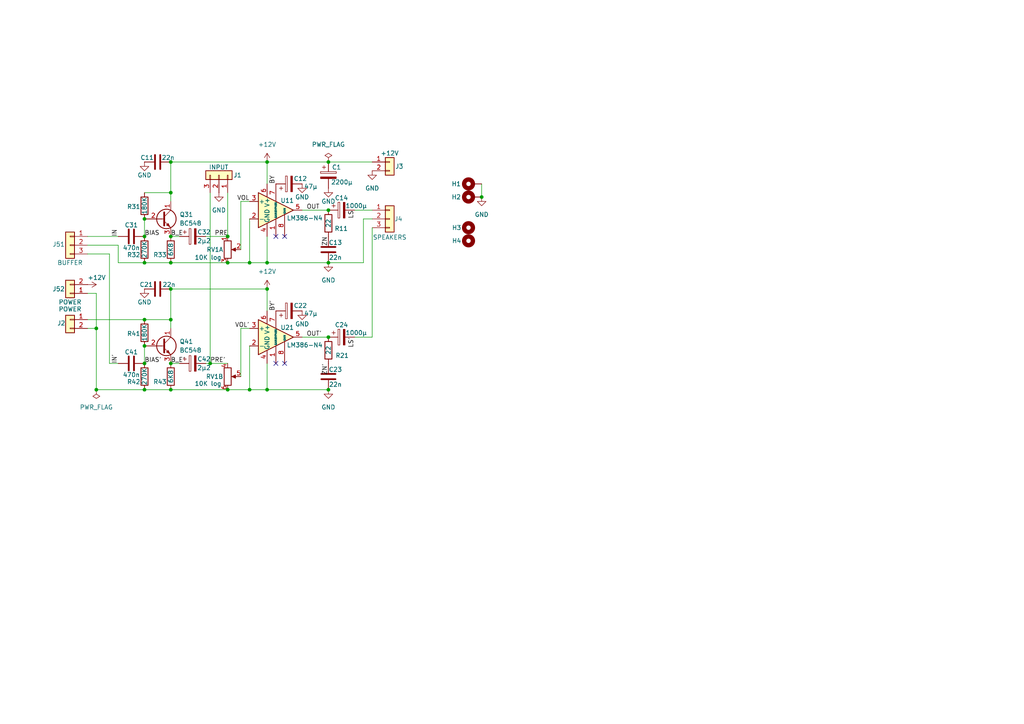
<source format=kicad_sch>
(kicad_sch (version 20231120) (generator "eeschema") (generator_version "8.0")
  (paper "A4")
  (lib_symbols
    (symbol "Amplifier_Audio:LM386" (pin_names (offset 0.127))
      (property "Reference" "U" (at 1.27 7.62 0))
      (property "Value" "LM386" (at 1.27 5.08 0))
      (symbol "LM386_0_1"
        (polyline (pts (xy 5.08 0) (xy -5.08 5.08) (xy -5.08 -5.08) (xy 5.08 0)) (stroke (width 0.254)) (fill (type background)))
      )
      (symbol "LM386_1_1"
        (pin input line (at 0 -7.62 90) (length 5.08) (name "GAIN") (number "1"))
        (pin input line (at -7.62 -2.54 0) (length 2.54) (name "-") (number "2"))
        (pin input line (at -7.62 2.54 0) (length 2.54) (name "+") (number "3"))
        (pin power_in line (at -2.54 -7.62 90) (length 3.81) (name "GND") (number "4"))
        (pin output line (at 7.62 0 180) (length 2.54) (name "~") (number "5"))
        (pin power_in line (at -2.54 7.62 270) (length 3.81) (name "V+") (number "6"))
        (pin input line (at 0 7.62 270) (length 5.08) (name "BYPASS") (number "7"))
        (pin input line (at 2.54 -7.62 90) (length 6.35) (name "GAIN") (number "8"))
      )
    )
    (symbol "Connector_Generic:Conn_01x02" (pin_names (offset 1.016) hide)
      (property "Reference" "J" (at 0 2.54 0))
      (property "Value" "Conn_01x02" (at 0 -5.08 0))
      (symbol "Conn_01x02_1_1"
        (rectangle (start -1.27 -2.413) (end 0 -2.667) (stroke (width 0.1524)))
        (rectangle (start -1.27 0.127) (end 0 -0.127) (stroke (width 0.1524)))
        (rectangle (start -1.27 1.27) (end 1.27 -3.81) (stroke (width 0.254)) (fill (type background)))
        (pin passive line (at -5.08 0 0) (length 3.81) (name "Pin_1") (number "1"))
        (pin passive line (at -5.08 -2.54 0) (length 3.81) (name "Pin_2") (number "2"))
      )
    )
    (symbol "Connector_Generic:Conn_01x03" (pin_names (offset 1.016) hide)
      (property "Reference" "J" (at 0 5.08 0))
      (property "Value" "Conn_01x03" (at 0 -5.08 0))
      (symbol "Conn_01x03_1_1"
        (rectangle (start -1.27 -2.413) (end 0 -2.667) (stroke (width 0.1524)))
        (rectangle (start -1.27 0.127) (end 0 -0.127) (stroke (width 0.1524)))
        (rectangle (start -1.27 2.667) (end 0 2.413) (stroke (width 0.1524)))
        (rectangle (start -1.27 3.81) (end 1.27 -3.81) (stroke (width 0.254)) (fill (type background)))
        (pin passive line (at -5.08 2.54 0) (length 3.81) (name "Pin_1") (number "1"))
        (pin passive line (at -5.08 0 0) (length 3.81) (name "Pin_2") (number "2"))
        (pin passive line (at -5.08 -2.54 0) (length 3.81) (name "Pin_3") (number "3"))
      )
    )
    (symbol "Device:C" (pin_numbers hide) (pin_names (offset 0.254))
      (property "Reference" "C" (at 0.635 2.54 0))
      (property "Value" "C" (at 0.635 -2.54 0))
      (symbol "C_0_1"
        (polyline (pts (xy -2.032 -0.762) (xy 2.032 -0.762)) (stroke (width 0.508)))
        (polyline (pts (xy -2.032 0.762) (xy 2.032 0.762)) (stroke (width 0.508)))
      )
      (symbol "C_1_1"
        (pin passive line (at 0 3.81 270) (length 2.794) (name "~") (number "1"))
        (pin passive line (at 0 -3.81 90) (length 2.794) (name "~") (number "2"))
      )
    )
    (symbol "Device:C_Polarized" (pin_numbers hide) (pin_names (offset 0.254))
      (property "Reference" "C" (at 0.635 2.54 0))
      (property "Value" "C_Polarized" (at 0.635 -2.54 0))
      (symbol "C_Polarized_0_1"
        (rectangle (start -2.286 0.508) (end 2.286 1.016))
        (polyline (pts (xy -1.778 2.286) (xy -0.762 2.286)))
        (polyline (pts (xy -1.27 2.794) (xy -1.27 1.778)))
        (rectangle (start 2.286 -0.508) (end -2.286 -1.016) (fill (type outline)))
      )
      (symbol "C_Polarized_1_1"
        (pin passive line (at 0 3.81 270) (length 2.794) (name "~") (number "1"))
        (pin passive line (at 0 -3.81 90) (length 2.794) (name "~") (number "2"))
      )
    )
    (symbol "Device:R" (pin_numbers hide) (pin_names (offset 0))
      (property "Reference" "R" (at 2.032 0 90))
      (property "Value" "R" (at 0 0 90))
      (symbol "R_0_1"
        (rectangle (start -1.016 -2.54) (end 1.016 2.54) (stroke (width 0.254)))
      )
      (symbol "R_1_1"
        (pin passive line (at 0 3.81 270) (length 1.27) (name "~") (number "1"))
        (pin passive line (at 0 -3.81 90) (length 1.27) (name "~") (number "2"))
      )
    )
    (symbol "Device:R_Potentiometer_Dual_Separate" (pin_names (offset 1.016) hide)
      (property "Reference" "RV" (at -4.445 0 90))
      (property "Value" "R_Potentiometer_Dual_Separate" (at -2.54 0 90))
      (symbol "R_Potentiometer_Dual_Separate_0_1"
        (polyline (pts (xy 2.54 0) (xy 1.524 0)))
        (polyline (pts (xy 1.143 0) (xy 2.286 0.508) (xy 2.286 -0.508) (xy 1.143 0)) (fill (type outline)))
        (rectangle (start 1.016 2.54) (end -1.016 -2.54) (stroke (width 0.254)))
      )
      (symbol "R_Potentiometer_Dual_Separate_1_1"
        (pin passive line (at 0 3.81 270) (length 1.27) (name "1") (number "1"))
        (pin passive line (at 3.81 0 180) (length 1.27) (name "2") (number "2"))
        (pin passive line (at 0 -3.81 90) (length 1.27) (name "3") (number "3"))
      )
      (symbol "R_Potentiometer_Dual_Separate_2_1"
        (pin passive line (at 0 3.81 270) (length 1.27) (name "4") (number "4"))
        (pin passive line (at 3.81 0 180) (length 1.27) (name "5") (number "5"))
        (pin passive line (at 0 -3.81 90) (length 1.27) (name "6") (number "6"))
      )
    )
    (symbol "Mechanical:MountingHole" (pin_names (offset 1.016)) (exclude_from_sim yes) (in_bom no)
      (property "Reference" "H" (at 0 5.08 0))
      (property "Value" "MountingHole" (at 0 3.175 0))
      (symbol "MountingHole_0_1"
        (circle (center 0 0) (radius 1.27) (stroke (width 1.27)))
      )
    )
    (symbol "Mechanical:MountingHole_Pad" (pin_numbers hide) (pin_names (offset 1.016) hide) (exclude_from_sim yes) (in_bom no)
      (property "Reference" "H" (at 0 6.35 0))
      (property "Value" "MountingHole_Pad" (at 0 4.445 0))
      (symbol "MountingHole_Pad_0_1"
        (circle (center 0 1.27) (radius 1.27) (stroke (width 1.27)))
      )
      (symbol "MountingHole_Pad_1_1"
        (pin input line (at 0 -2.54 90) (length 2.54) (name "1") (number "1"))
      )
    )
    (symbol "Transistor_BJT:BC548" (pin_names (offset 0) hide)
      (property "Reference" "Q" (at 5.08 1.905 0))
      (property "Value" "BC548" (at 5.08 0 0))
      (symbol "BC548_0_1"
        (polyline (pts (xy 0 0) (xy 0.635 0)))
        (polyline (pts (xy 0.635 0.635) (xy 2.54 2.54)))
        (polyline (pts (xy 0.635 -0.635) (xy 2.54 -2.54) (xy 2.54 -2.54)))
        (polyline (pts (xy 0.635 1.905) (xy 0.635 -1.905) (xy 0.635 -1.905)) (stroke (width 0.508)))
        (polyline (pts (xy 1.27 -1.778) (xy 1.778 -1.27) (xy 2.286 -2.286) (xy 1.27 -1.778) (xy 1.27 -1.778)) (fill (type outline)))
        (circle (center 1.27 0) (radius 2.8194) (stroke (width 0.254)))
      )
      (symbol "BC548_1_1"
        (pin passive line (at 2.54 5.08 270) (length 2.54) (name "C") (number "1"))
        (pin input line (at -5.08 0 0) (length 5.08) (name "B") (number "2"))
        (pin passive line (at 2.54 -5.08 90) (length 2.54) (name "E") (number "3"))
      )
    )
    (symbol "power:+12V" (power) (pin_numbers hide) (pin_names (offset 0) hide)
      (property "Value" "+12V" (at 0 3.556 0))
      (symbol "+12V_0_1"
        (polyline (pts (xy -0.762 1.27) (xy 0 2.54)))
        (polyline (pts (xy 0 0) (xy 0 2.54)))
        (polyline (pts (xy 0 2.54) (xy 0.762 1.27)))
      )
      (symbol "+12V_1_1"
        (pin power_in line (at 0 0 90) (length 0) (name "~") (number "1"))
      )
    )
    (symbol "power:GND" (power) (pin_numbers hide) (pin_names (offset 0) hide)
      (property "Value" "GND" (at 0 -3.81 0))
      (symbol "GND_0_1"
        (polyline (pts (xy 0 0) (xy 0 -1.27) (xy 1.27 -1.27) (xy 0 -2.54) (xy -1.27 -1.27) (xy 0 -1.27)))
      )
      (symbol "GND_1_1"
        (pin power_in line (at 0 0 270) (length 0) (name "~") (number "1"))
      )
    )
    (symbol "power:PWR_FLAG" (power) (pin_numbers hide) (pin_names (offset 0) hide)
      (property "Value" "PWR_FLAG" (at 0 3.81 0))
      (symbol "PWR_FLAG_0_0"
        (pin power_out line (at 0 0 90) (length 0) (name "~") (number "1"))
      )
      (symbol "PWR_FLAG_0_1"
        (polyline (pts (xy 0 0) (xy 0 1.27) (xy -1.016 1.905) (xy 0 2.54) (xy 1.016 1.905) (xy 0 1.27)))
      )
    )
  )
  (junction (at 139.7 57.15))
  (junction (at 49.53 83.82))
  (junction (at 95.25 46.99))
  (junction (at 27.94 95.25))
  (junction (at 41.91 113.03))
  (junction (at 66.04 113.03))
  (junction (at 49.53 55.88))
  (junction (at 49.53 113.03))
  (junction (at 41.91 105.41))
  (junction (at 49.53 76.2))
  (junction (at 49.53 105.41))
  (junction (at 95.25 60.96))
  (junction (at 95.25 113.03))
  (junction (at 41.91 68.58))
  (junction (at 95.25 76.2))
  (junction (at 41.91 63.5))
  (junction (at 66.04 76.2))
  (junction (at 49.53 92.71))
  (junction (at 49.53 46.99))
  (junction (at 49.53 68.58))
  (junction (at 72.39 76.2))
  (junction (at 95.25 97.79))
  (junction (at 27.94 113.03))
  (junction (at 77.47 46.99))
  (junction (at 60.96 105.41))
  (junction (at 77.47 113.03))
  (junction (at 41.91 76.2))
  (junction (at 72.39 113.03))
  (junction (at 77.47 83.82))
  (junction (at 77.47 76.2))
  (junction (at 41.91 92.71))
  (junction (at 41.91 100.33))
  (junction (at 66.04 68.58))
  (no_connect (at 80.01 68.58))
  (no_connect (at 80.01 105.41))
  (no_connect (at 82.55 68.58))
  (no_connect (at 82.55 105.41))
  (wire (pts (xy 27.94 95.25) (xy 27.94 113.03)))
  (wire (pts (xy 25.4 92.71) (xy 41.91 92.71)))
  (wire (pts (xy 41.91 76.2) (xy 49.53 76.2)))
  (wire (pts (xy 25.4 71.12) (xy 34.29 71.12)))
  (wire (pts (xy 77.47 68.58) (xy 77.47 76.2)))
  (wire (pts (xy 31.75 105.41) (xy 34.29 105.41)))
  (wire (pts (xy 25.4 73.66) (xy 31.75 73.66)))
  (wire (pts (xy 27.94 85.09) (xy 27.94 95.25)))
  (wire (pts (xy 87.63 97.79) (xy 95.25 97.79)))
  (wire (pts (xy 72.39 76.2) (xy 77.47 76.2)))
  (wire (pts (xy 41.91 92.71) (xy 49.53 92.71)))
  (wire (pts (xy 49.53 105.41) (xy 52.07 105.41)))
  (wire (pts (xy 25.4 95.25) (xy 27.94 95.25)))
  (wire (pts (xy 77.47 46.99) (xy 95.25 46.99)))
  (wire (pts (xy 77.47 90.17) (xy 77.47 83.82)))
  (wire (pts (xy 72.39 100.33) (xy 72.39 113.03)))
  (wire (pts (xy 72.39 113.03) (xy 77.47 113.03)))
  (wire (pts (xy 49.53 83.82) (xy 77.47 83.82)))
  (wire (pts (xy 52.07 68.58) (xy 49.53 68.58)))
  (wire (pts (xy 105.41 63.5) (xy 107.95 63.5)))
  (wire (pts (xy 102.87 60.96) (xy 107.95 60.96)))
  (wire (pts (xy 59.69 105.41) (xy 60.96 105.41)))
  (wire (pts (xy 27.94 85.09) (xy 25.4 85.09)))
  (wire (pts (xy 31.75 73.66) (xy 31.75 105.41)))
  (wire (pts (xy 139.7 53.34) (xy 139.7 57.15)))
  (wire (pts (xy 72.39 63.5) (xy 72.39 76.2)))
  (wire (pts (xy 66.04 55.88) (xy 66.04 68.58)))
  (wire (pts (xy 69.85 95.25) (xy 69.85 109.22)))
  (wire (pts (xy 72.39 58.42) (xy 69.85 58.42)))
  (wire (pts (xy 95.25 76.2) (xy 105.41 76.2)))
  (wire (pts (xy 41.91 63.5) (xy 41.91 68.58)))
  (wire (pts (xy 25.4 68.58) (xy 34.29 68.58)))
  (wire (pts (xy 107.95 97.79) (xy 102.87 97.79)))
  (wire (pts (xy 77.47 113.03) (xy 95.25 113.03)))
  (wire (pts (xy 59.69 68.58) (xy 66.04 68.58)))
  (wire (pts (xy 77.47 105.41) (xy 77.47 113.03)))
  (wire (pts (xy 95.25 46.99) (xy 107.95 46.99)))
  (wire (pts (xy 49.53 92.71) (xy 49.53 95.25)))
  (wire (pts (xy 105.41 76.2) (xy 105.41 63.5)))
  (wire (pts (xy 60.96 105.41) (xy 66.04 105.41)))
  (wire (pts (xy 49.53 76.2) (xy 66.04 76.2)))
  (wire (pts (xy 34.29 71.12) (xy 34.29 76.2)))
  (wire (pts (xy 34.29 76.2) (xy 41.91 76.2)))
  (wire (pts (xy 66.04 113.03) (xy 72.39 113.03)))
  (wire (pts (xy 72.39 95.25) (xy 69.85 95.25)))
  (wire (pts (xy 60.96 55.88) (xy 60.96 105.41)))
  (wire (pts (xy 49.53 46.99) (xy 49.53 55.88)))
  (wire (pts (xy 77.47 53.34) (xy 77.47 46.99)))
  (wire (pts (xy 41.91 55.88) (xy 49.53 55.88)))
  (wire (pts (xy 41.91 113.03) (xy 49.53 113.03)))
  (wire (pts (xy 77.47 46.99) (xy 49.53 46.99)))
  (wire (pts (xy 49.53 113.03) (xy 66.04 113.03)))
  (wire (pts (xy 27.94 113.03) (xy 41.91 113.03)))
  (wire (pts (xy 69.85 58.42) (xy 69.85 72.39)))
  (wire (pts (xy 77.47 76.2) (xy 95.25 76.2)))
  (wire (pts (xy 87.63 60.96) (xy 95.25 60.96)))
  (wire (pts (xy 49.53 55.88) (xy 49.53 58.42)))
  (wire (pts (xy 41.91 100.33) (xy 41.91 105.41)))
  (wire (pts (xy 107.95 66.04) (xy 107.95 97.79)))
  (wire (pts (xy 66.04 76.2) (xy 72.39 76.2)))
  (wire (pts (xy 49.53 83.82) (xy 49.53 92.71)))
  (label "BIAS" (at 41.91 68.58 0))
  (label "LS" (at 102.87 60.96 270))
  (label "OUT'" (at 88.9 97.79 0))
  (label "VOL" (at 72.39 58.42 180))
  (label "B_E" (at 49.53 68.58 0))
  (label "PRE" (at 62.23 68.58 0))
  (label "PRE'" (at 60.96 105.41 0))
  (label "IN" (at 34.29 68.58 90))
  (label "OUT" (at 88.9 60.96 0))
  (label "LS'" (at 102.87 97.79 270))
  (label "B_E'" (at 49.53 105.41 0))
  (label "BY'" (at 80.01 90.17 90))
  (label "BY" (at 80.01 53.34 90))
  (label "VOL'" (at 72.39 95.25 180))
  (label "ZN'" (at 95.25 105.41 270))
  (label "ZN" (at 95.25 68.58 270))
  (label "BIAS'" (at 41.91 105.41 0))
  (label "IN'" (at 34.29 105.41 90))
  (symbol (lib_id "Connector_Generic:Conn_01x03") (at 20.32 71.12 0) (mirror y) (unit 1)
    (property "Reference" "J51" (at 17.018 70.866 0))
    (property "Value" "BUFFER" (at 20.32 76.2 0))
    (property "Footprint" "Connector_PinHeader_2.54mm:PinHeader_1x03_P2.54mm_Horizontal" (effects (hide yes)))
    (property "Description" "Generic connector, single row, 01x03, script generated (kicad-library-utils/schlib/autogen/connector/)" (effects (hide yes)))
  )
  (symbol (lib_id "Connector_Generic:Conn_01x03") (at 113.03 63.5 0) (unit 1)
    (property "Reference" "J4" (at 115.57 63.5 0))
    (property "Value" "SPEAKERS" (at 113.03 68.834 0))
    (property "Footprint" "Connector_PinHeader_2.54mm:PinHeader_1x03_P2.54mm_Vertical" (effects (hide yes)))
    (property "Description" "Generic connector, single row, 01x03, script generated (kicad-library-utils/schlib/autogen/connector/)" (effects (hide yes)))
  )
  (symbol (lib_id "Device:R_Potentiometer_Dual_Separate") (at 66.04 109.22 0) (unit 2)
    (property "Reference" "RV1" (at 64.77 109.22 0) (effects (justify right)))
    (property "Value" "10K log" (at 64.262 111.252 0) (effects (justify right)))
    (property "Footprint" "durango:Potentiometer_Alps_225G_Dual_Horizontal" (effects (hide yes)))
    (property "Description" "Dual potentiometer, separate units" (effects (hide yes)))
  )
  (symbol (lib_id "Device:R") (at 49.53 109.22 0) (unit 1)
    (property "Reference" "R43" (at 44.45 110.744 0) (effects (justify left)))
    (property "Value" "6K8" (at 49.53 109.22 90))
    (property "Footprint" "Resistor_THT:R_Axial_DIN0207_L6.3mm_D2.5mm_P10.16mm_Horizontal" (effects (hide yes)))
    (property "Description" "Resistor" (effects (hide yes)))
  )
  (symbol (lib_id "Device:C_Polarized") (at 55.88 105.41 90) (mirror x) (unit 1)
    (property "Reference" "C42" (at 59.182 104.14 90))
    (property "Value" "2µ2" (at 59.182 106.68 90))
    (property "Footprint" "Capacitor_THT:CP_Radial_D4.0mm_P1.50mm" (effects (hide yes)))
    (property "Description" "Polarized capacitor" (effects (hide yes)))
  )
  (symbol (lib_id "Transistor_BJT:BC548") (at 46.99 100.33 0) (unit 1)
    (property "Reference" "Q41" (at 52.07 99.0599 0) (effects (justify left)))
    (property "Value" "BC548" (at 52.07 101.5999 0) (effects (justify left)))
    (property "Footprint" "Package_TO_SOT_THT:TO-92_Inline" (effects (hide yes)))
    (property "Datasheet" "https://www.onsemi.com/pub/Collateral/BC550-D.pdf" (effects (hide yes)))
    (property "Description" "0.1A Ic, 30V Vce, Small Signal NPN Transistor, TO-92" (effects (hide yes)))
  )
  (symbol (lib_id "Device:R_Potentiometer_Dual_Separate") (at 66.04 72.39 0) (unit 1)
    (property "Reference" "RV1" (at 64.77 72.39 0) (effects (justify right)))
    (property "Value" "10K log" (at 64.262 74.676 0) (effects (justify right)))
    (property "Footprint" "durango:Potentiometer_Alps_225G_Dual_Horizontal" (effects (hide yes)))
    (property "Description" "Dual potentiometer, separate units" (effects (hide yes)))
  )
  (symbol (lib_id "Transistor_BJT:BC548") (at 46.99 63.5 0) (unit 1)
    (property "Reference" "Q31" (at 52.07 62.2299 0) (effects (justify left)))
    (property "Value" "BC548" (at 52.07 64.7699 0) (effects (justify left)))
    (property "Footprint" "Package_TO_SOT_THT:TO-92_Inline" (effects (hide yes)))
    (property "Datasheet" "https://www.onsemi.com/pub/Collateral/BC550-D.pdf" (effects (hide yes)))
    (property "Description" "0.1A Ic, 30V Vce, Small Signal NPN Transistor, TO-92" (effects (hide yes)))
  )
  (symbol (lib_id "power:GND") (at 95.25 113.03 0) (unit 1)
    (property "Reference" "#PWR04" (effects (hide yes)))
    (property "Value" "GND" (at 95.25 118.11 0))
    (property "Description" "Power symbol creates a global label with name \"GND\" , ground" (effects (hide yes)))
  )
  (symbol (lib_id "Device:R") (at 41.91 96.52 0) (unit 1)
    (property "Reference" "R41" (at 36.83 96.774 0) (effects (justify left)))
    (property "Value" "180K" (at 41.91 96.52 90))
    (property "Footprint" "Resistor_THT:R_Axial_DIN0207_L6.3mm_D2.5mm_P10.16mm_Horizontal" (effects (hide yes)))
    (property "Description" "Resistor" (effects (hide yes)))
  )
  (symbol (lib_id "power:GND") (at 107.95 49.53 0) (mirror y) (unit 1)
    (property "Reference" "#PWR010" (effects (hide yes)))
    (property "Value" "GND" (at 107.95 54.61 0))
    (property "Description" "Power symbol creates a global label with name \"GND\" , ground" (effects (hide yes)))
  )
  (symbol (lib_id "Device:C") (at 95.25 109.22 0) (unit 1)
    (property "Reference" "C23" (at 97.282 107.188 0))
    (property "Value" "22n" (at 97.282 111.506 0))
    (property "Footprint" "Capacitor_THT:C_Disc_D6.0mm_W2.5mm_P5.00mm" (effects (hide yes)))
    (property "Description" "Unpolarized capacitor" (effects (hide yes)))
  )
  (symbol (lib_id "Device:C_Polarized") (at 99.06 97.79 90) (mirror x) (unit 1)
    (property "Reference" "C24" (at 99.06 94.234 90))
    (property "Value" "1000µ" (at 103.378 96.52 90))
    (property "Footprint" "Capacitor_THT:CP_Radial_D10.0mm_P5.00mm" (effects (hide yes)))
    (property "Description" "Polarized capacitor" (effects (hide yes)))
  )
  (symbol (lib_id "power:GND") (at 87.63 53.34 0) (unit 1)
    (property "Reference" "#PWR01" (effects (hide yes)))
    (property "Value" "GND" (at 87.63 57.15 0))
    (property "Description" "Power symbol creates a global label with name \"GND\" , ground" (effects (hide yes)))
  )
  (symbol (lib_id "power:GND") (at 139.7 57.15 0) (unit 1)
    (property "Reference" "#PWR013" (effects (hide yes)))
    (property "Value" "GND" (at 139.7 62.23 0))
    (property "Description" "Power symbol creates a global label with name \"GND\" , ground" (effects (hide yes)))
  )
  (symbol (lib_id "Device:C_Polarized") (at 55.88 68.58 90) (mirror x) (unit 1)
    (property "Reference" "C32" (at 59.182 67.31 90))
    (property "Value" "2µ2" (at 59.182 69.85 90))
    (property "Footprint" "Capacitor_THT:CP_Radial_D4.0mm_P1.50mm" (effects (hide yes)))
    (property "Description" "Polarized capacitor" (effects (hide yes)))
  )
  (symbol (lib_id "Device:C") (at 38.1 105.41 90) (unit 1)
    (property "Reference" "C41" (at 38.1 102.108 90))
    (property "Value" "470n" (at 38.1 108.712 90))
    (property "Footprint" "Capacitor_THT:C_Rect_L7.2mm_W3.0mm_P5.00mm_FKS2_FKP2_MKS2_MKP2" (effects (hide yes)))
    (property "Description" "Unpolarized capacitor" (effects (hide yes)))
  )
  (symbol (lib_id "Mechanical:MountingHole_Pad") (at 137.16 57.15 90) (unit 1) (exclude_from_sim yes) (in_bom no)
    (property "Reference" "H2" (at 132.334 57.15 90))
    (property "Value" "MountingHole_Pad" (effects (hide yes)))
    (property "Footprint" "MountingHole:MountingHole_3.2mm_M3_DIN965_Pad" (effects (hide yes)))
    (property "Description" "Mounting Hole with connection" (effects (hide yes)))
  )
  (symbol (lib_id "Mechanical:MountingHole") (at 135.89 69.85 0) (unit 1) (exclude_from_sim yes) (in_bom no)
    (property "Reference" "H4" (at 131.064 69.85 0) (effects (justify left)))
    (property "Value" "MountingHole" (effects (hide yes)))
    (property "Footprint" "MountingHole:MountingHole_3.2mm_M3" (effects (hide yes)))
    (property "Description" "Mounting Hole without connection" (effects (hide yes)))
  )
  (symbol (lib_id "power:GND") (at 95.25 54.61 0) (unit 1)
    (property "Reference" "#PWR012" (effects (hide yes)))
    (property "Value" "GND" (at 95.25 58.42 0))
    (property "Description" "Power symbol creates a global label with name \"GND\" , ground" (effects (hide yes)))
  )
  (symbol (lib_id "Device:C_Polarized") (at 95.25 50.8 0) (unit 1)
    (property "Reference" "C1" (at 96.266 48.514 0) (effects (justify left)))
    (property "Value" "2200µ" (at 96.012 52.832 0) (effects (justify left)))
    (property "Footprint" "Capacitor_THT:CP_Radial_D13.0mm_P5.00mm" (effects (hide yes)))
    (property "Description" "Polarized capacitor" (effects (hide yes)))
  )
  (symbol (lib_id "Device:C") (at 38.1 68.58 90) (unit 1)
    (property "Reference" "C31" (at 38.1 65.278 90))
    (property "Value" "470n" (at 38.1 71.882 90))
    (property "Footprint" "Capacitor_THT:C_Rect_L7.2mm_W3.0mm_P5.00mm_FKS2_FKP2_MKS2_MKP2" (effects (hide yes)))
    (property "Description" "Unpolarized capacitor" (effects (hide yes)))
  )
  (symbol (lib_id "Device:R") (at 95.25 64.77 0) (unit 1)
    (property "Reference" "R11" (at 97.028 66.294 0) (effects (justify left)))
    (property "Value" "22" (at 95.25 64.77 90))
    (property "Footprint" "Resistor_THT:R_Axial_DIN0207_L6.3mm_D2.5mm_P10.16mm_Horizontal" (effects (hide yes)))
    (property "Description" "Resistor" (effects (hide yes)))
  )
  (symbol (lib_id "Connector_Generic:Conn_01x02") (at 113.03 46.99 0) (unit 1)
    (property "Reference" "J3" (at 115.824 48.26 0))
    (property "Value" "+12V" (at 113.03 44.45 0))
    (property "Footprint" "Connector_PinHeader_2.54mm:PinHeader_1x02_P2.54mm_Vertical" (effects (hide yes)))
    (property "Description" "Generic connector, single row, 01x02, script generated (kicad-library-utils/schlib/autogen/connector/)" (effects (hide yes)))
  )
  (symbol (lib_id "Device:R") (at 41.91 109.22 0) (unit 1)
    (property "Reference" "R42" (at 36.83 110.744 0) (effects (justify left)))
    (property "Value" "270K" (at 41.91 109.22 90))
    (property "Footprint" "Resistor_THT:R_Axial_DIN0207_L6.3mm_D2.5mm_P10.16mm_Horizontal" (effects (hide yes)))
    (property "Description" "Resistor" (effects (hide yes)))
  )
  (symbol (lib_id "power:PWR_FLAG") (at 95.25 46.99 0) (unit 1)
    (property "Reference" "#FLG01" (effects (hide yes)))
    (property "Value" "PWR_FLAG" (at 95.25 41.91 0))
    (property "Description" "Special symbol for telling ERC where power comes from" (effects (hide yes)))
  )
  (symbol (lib_id "Device:R") (at 41.91 72.39 0) (unit 1)
    (property "Reference" "R32" (at 36.83 73.914 0) (effects (justify left)))
    (property "Value" "270K" (at 41.91 72.39 90))
    (property "Footprint" "Resistor_THT:R_Axial_DIN0207_L6.3mm_D2.5mm_P10.16mm_Horizontal" (effects (hide yes)))
    (property "Description" "Resistor" (effects (hide yes)))
  )
  (symbol (lib_id "Amplifier_Audio:LM386") (at 80.01 60.96 0) (unit 1)
    (property "Reference" "U11" (at 83.312 58.166 0))
    (property "Value" "LM386-N4" (at 88.392 63.246 0))
    (property "Footprint" "Package_DIP:DIP-8_W7.62mm" (effects (hide yes)))
    (property "Datasheet" "http://www.ti.com/lit/ds/symlink/lm386.pdf" (effects (hide yes)))
    (property "Description" "Low Voltage Audio Power Amplifier, DIP-8/SOIC-8/SSOP-8" (effects (hide yes)))
  )
  (symbol (lib_id "power:+12V") (at 77.47 46.99 0) (unit 1)
    (property "Reference" "#PWR08" (effects (hide yes)))
    (property "Value" "+12V" (at 77.47 41.91 0))
    (property "Description" "Power symbol creates a global label with name \"+12V\"" (effects (hide yes)))
  )
  (symbol (lib_id "Connector_Generic:Conn_01x03") (at 63.5 50.8 270) (mirror x) (unit 1)
    (property "Reference" "J1" (at 70.104 50.8 90) (effects (justify right)))
    (property "Value" "INPUT" (at 66.294 48.514 90) (effects (justify right)))
    (property "Footprint" "Connector_PinHeader_2.54mm:PinHeader_1x03_P2.54mm_Horizontal" (effects (hide yes)))
    (property "Description" "Generic connector, single row, 01x03, script generated (kicad-library-utils/schlib/autogen/connector/)" (effects (hide yes)))
  )
  (symbol (lib_id "power:GND") (at 63.5 55.88 0) (mirror y) (unit 1)
    (property "Reference" "#PWR07" (effects (hide yes)))
    (property "Value" "GND" (at 63.5 60.96 0))
    (property "Description" "Power symbol creates a global label with name \"GND\" , ground" (effects (hide yes)))
  )
  (symbol (lib_id "power:GND") (at 95.25 76.2 0) (unit 1)
    (property "Reference" "#PWR02" (effects (hide yes)))
    (property "Value" "GND" (at 95.25 81.28 0))
    (property "Description" "Power symbol creates a global label with name \"GND\" , ground" (effects (hide yes)))
  )
  (symbol (lib_id "power:PWR_FLAG") (at 27.94 113.03 180) (unit 1)
    (property "Reference" "#FLG02" (effects (hide yes)))
    (property "Value" "PWR_FLAG" (at 27.94 118.11 0))
    (property "Description" "Special symbol for telling ERC where power comes from" (effects (hide yes)))
  )
  (symbol (lib_id "power:+12V") (at 77.47 83.82 0) (unit 1)
    (property "Reference" "#PWR09" (effects (hide yes)))
    (property "Value" "+12V" (at 77.47 78.74 0))
    (property "Description" "Power symbol creates a global label with name \"+12V\"" (effects (hide yes)))
  )
  (symbol (lib_id "Device:C_Polarized") (at 83.82 90.17 90) (unit 1)
    (property "Reference" "C22" (at 87.122 88.646 90))
    (property "Value" "47µ" (at 90.17 90.932 90))
    (property "Footprint" "Capacitor_THT:CP_Radial_D4.0mm_P1.50mm" (effects (hide yes)))
    (property "Description" "Polarized capacitor" (effects (hide yes)))
  )
  (symbol (lib_id "power:GND") (at 41.91 83.82 0) (unit 1)
    (property "Reference" "#PWR05" (effects (hide yes)))
    (property "Value" "GND" (at 41.91 87.63 0))
    (property "Description" "Power symbol creates a global label with name \"GND\" , ground" (effects (hide yes)))
  )
  (symbol (lib_id "Connector_Generic:Conn_01x02") (at 20.32 92.71 0) (mirror y) (unit 1)
    (property "Reference" "J2" (at 17.78 93.726 0))
    (property "Value" "POWER" (at 20.32 89.662 0))
    (property "Footprint" "Connector_PinHeader_2.54mm:PinHeader_1x02_P2.54mm_Horizontal" (effects (hide yes)))
    (property "Description" "Generic connector, single row, 01x02, script generated (kicad-library-utils/schlib/autogen/connector/)" (effects (hide yes)))
  )
  (symbol (lib_id "Device:R") (at 95.25 101.6 0) (unit 1)
    (property "Reference" "R21" (at 97.282 103.124 0) (effects (justify left)))
    (property "Value" "22" (at 95.25 101.6 90))
    (property "Footprint" "Resistor_THT:R_Axial_DIN0207_L6.3mm_D2.5mm_P10.16mm_Horizontal" (effects (hide yes)))
    (property "Description" "Resistor" (effects (hide yes)))
  )
  (symbol (lib_id "power:GND") (at 87.63 90.17 0) (unit 1)
    (property "Reference" "#PWR03" (effects (hide yes)))
    (property "Value" "GND" (at 87.63 93.98 0))
    (property "Description" "Power symbol creates a global label with name \"GND\" , ground" (effects (hide yes)))
  )
  (symbol (lib_id "power:+12V") (at 25.4 82.55 270) (unit 1)
    (property "Reference" "#PWR011" (effects (hide yes)))
    (property "Value" "+12V" (at 25.4 80.518 90) (effects (justify left)))
    (property "Description" "Power symbol creates a global label with name \"+12V\"" (effects (hide yes)))
  )
  (symbol (lib_id "Device:C") (at 45.72 83.82 90) (unit 1)
    (property "Reference" "C21" (at 42.418 82.55 90))
    (property "Value" "22n" (at 49.022 82.55 90))
    (property "Footprint" "Capacitor_THT:C_Disc_D6.0mm_W2.5mm_P5.00mm" (effects (hide yes)))
    (property "Description" "Unpolarized capacitor" (effects (hide yes)))
  )
  (symbol (lib_id "Device:C_Polarized") (at 99.06 60.96 90) (mirror x) (unit 1)
    (property "Reference" "C14" (at 99.06 57.404 90))
    (property "Value" "1000µ" (at 103.378 59.69 90))
    (property "Footprint" "Capacitor_THT:CP_Radial_D10.0mm_P5.00mm" (effects (hide yes)))
    (property "Description" "Polarized capacitor" (effects (hide yes)))
  )
  (symbol (lib_id "Device:C") (at 45.72 46.99 90) (unit 1)
    (property "Reference" "C11" (at 42.672 45.72 90))
    (property "Value" "22n" (at 48.768 45.72 90))
    (property "Footprint" "Capacitor_THT:C_Disc_D6.0mm_W2.5mm_P5.00mm" (effects (hide yes)))
    (property "Description" "Unpolarized capacitor" (effects (hide yes)))
  )
  (symbol (lib_id "Device:R") (at 49.53 72.39 0) (unit 1)
    (property "Reference" "R33" (at 44.45 73.914 0) (effects (justify left)))
    (property "Value" "6K8" (at 49.53 72.39 90))
    (property "Footprint" "Resistor_THT:R_Axial_DIN0207_L6.3mm_D2.5mm_P10.16mm_Horizontal" (effects (hide yes)))
    (property "Description" "Resistor" (effects (hide yes)))
  )
  (symbol (lib_id "power:GND") (at 41.91 46.99 0) (unit 1)
    (property "Reference" "#PWR06" (effects (hide yes)))
    (property "Value" "GND" (at 41.91 50.8 0))
    (property "Description" "Power symbol creates a global label with name \"GND\" , ground" (effects (hide yes)))
  )
  (symbol (lib_id "Mechanical:MountingHole_Pad") (at 137.16 53.34 90) (unit 1) (exclude_from_sim yes) (in_bom no)
    (property "Reference" "H1" (at 132.334 53.34 90))
    (property "Value" "MountingHole_Pad" (effects (hide yes)))
    (property "Footprint" "MountingHole:MountingHole_3.2mm_M3_DIN965_Pad" (effects (hide yes)))
    (property "Description" "Mounting Hole with connection" (effects (hide yes)))
  )
  (symbol (lib_id "Device:C_Polarized") (at 83.82 53.34 90) (unit 1)
    (property "Reference" "C12" (at 87.122 51.816 90))
    (property "Value" "47µ" (at 90.17 54.102 90))
    (property "Footprint" "Capacitor_THT:CP_Radial_D4.0mm_P1.50mm" (effects (hide yes)))
    (property "Description" "Polarized capacitor" (effects (hide yes)))
  )
  (symbol (lib_id "Device:C") (at 95.25 72.39 0) (unit 1)
    (property "Reference" "C13" (at 97.282 70.358 0))
    (property "Value" "22n" (at 97.282 74.676 0))
    (property "Footprint" "Capacitor_THT:C_Disc_D6.0mm_W2.5mm_P5.00mm" (effects (hide yes)))
    (property "Description" "Unpolarized capacitor" (effects (hide yes)))
  )
  (symbol (lib_id "Mechanical:MountingHole") (at 135.89 66.04 0) (unit 1) (exclude_from_sim yes) (in_bom no)
    (property "Reference" "H3" (at 131.064 66.04 0) (effects (justify left)))
    (property "Value" "MountingHole" (effects (hide yes)))
    (property "Footprint" "MountingHole:MountingHole_3.2mm_M3" (effects (hide yes)))
    (property "Description" "Mounting Hole without connection" (effects (hide yes)))
  )
  (symbol (lib_id "Connector_Generic:Conn_01x02") (at 20.32 85.09 180) (unit 1)
    (property "Reference" "J52" (at 17.018 83.82 0))
    (property "Value" "POWER" (at 20.32 87.63 0))
    (property "Footprint" "Connector_PinHeader_2.54mm:PinHeader_1x02_P2.54mm_Horizontal" (effects (hide yes)))
    (property "Description" "Generic connector, single row, 01x02, script generated (kicad-library-utils/schlib/autogen/connector/)" (effects (hide yes)))
  )
  (symbol (lib_id "Amplifier_Audio:LM386") (at 80.01 97.79 0) (unit 1)
    (property "Reference" "U21" (at 83.312 94.996 0))
    (property "Value" "LM386-N4" (at 88.392 100.076 0))
    (property "Footprint" "Package_DIP:DIP-8_W7.62mm" (effects (hide yes)))
    (property "Datasheet" "http://www.ti.com/lit/ds/symlink/lm386.pdf" (effects (hide yes)))
    (property "Description" "Low Voltage Audio Power Amplifier, DIP-8/SOIC-8/SSOP-8" (effects (hide yes)))
  )
  (symbol (lib_id "Device:R") (at 41.91 59.69 0) (unit 1)
    (property "Reference" "R31" (at 36.83 59.944 0) (effects (justify left)))
    (property "Value" "180K" (at 41.91 59.69 90))
    (property "Footprint" "Resistor_THT:R_Axial_DIN0207_L6.3mm_D2.5mm_P10.16mm_Horizontal" (effects (hide yes)))
    (property "Description" "Resistor" (effects (hide yes)))
  )
)
</source>
